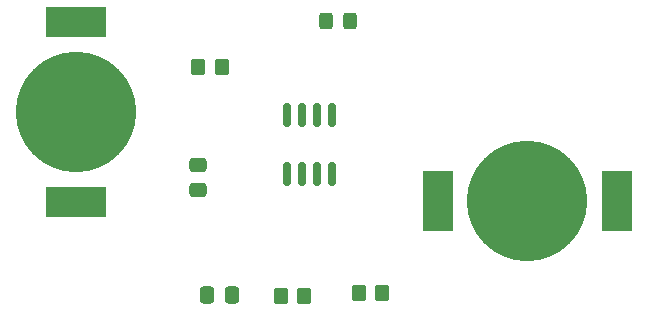
<source format=gbr>
%TF.GenerationSoftware,KiCad,Pcbnew,(6.0.1)*%
%TF.CreationDate,2022-02-07T09:53:41-08:00*%
%TF.ProjectId,kicad intro project,6b696361-6420-4696-9e74-726f2070726f,rev?*%
%TF.SameCoordinates,Original*%
%TF.FileFunction,Soldermask,Top*%
%TF.FilePolarity,Negative*%
%FSLAX46Y46*%
G04 Gerber Fmt 4.6, Leading zero omitted, Abs format (unit mm)*
G04 Created by KiCad (PCBNEW (6.0.1)) date 2022-02-07 09:53:41*
%MOMM*%
%LPD*%
G01*
G04 APERTURE LIST*
G04 Aperture macros list*
%AMRoundRect*
0 Rectangle with rounded corners*
0 $1 Rounding radius*
0 $2 $3 $4 $5 $6 $7 $8 $9 X,Y pos of 4 corners*
0 Add a 4 corners polygon primitive as box body*
4,1,4,$2,$3,$4,$5,$6,$7,$8,$9,$2,$3,0*
0 Add four circle primitives for the rounded corners*
1,1,$1+$1,$2,$3*
1,1,$1+$1,$4,$5*
1,1,$1+$1,$6,$7*
1,1,$1+$1,$8,$9*
0 Add four rect primitives between the rounded corners*
20,1,$1+$1,$2,$3,$4,$5,0*
20,1,$1+$1,$4,$5,$6,$7,0*
20,1,$1+$1,$6,$7,$8,$9,0*
20,1,$1+$1,$8,$9,$2,$3,0*%
G04 Aperture macros list end*
%ADD10RoundRect,0.250000X0.350000X0.450000X-0.350000X0.450000X-0.350000X-0.450000X0.350000X-0.450000X0*%
%ADD11RoundRect,0.250000X-0.325000X-0.450000X0.325000X-0.450000X0.325000X0.450000X-0.325000X0.450000X0*%
%ADD12RoundRect,0.150000X-0.150000X0.825000X-0.150000X-0.825000X0.150000X-0.825000X0.150000X0.825000X0*%
%ADD13R,2.500000X5.100000*%
%ADD14C,10.200000*%
%ADD15RoundRect,0.250000X-0.350000X-0.450000X0.350000X-0.450000X0.350000X0.450000X-0.350000X0.450000X0*%
%ADD16RoundRect,0.250000X-0.475000X0.337500X-0.475000X-0.337500X0.475000X-0.337500X0.475000X0.337500X0*%
%ADD17RoundRect,0.250000X-0.337500X-0.475000X0.337500X-0.475000X0.337500X0.475000X-0.337500X0.475000X0*%
%ADD18R,5.100000X2.500000*%
G04 APERTURE END LIST*
D10*
%TO.C,R3*%
X137675000Y-93450000D03*
X135675000Y-93450000D03*
%TD*%
D11*
%TO.C,D1*%
X146475000Y-89550000D03*
X148525000Y-89550000D03*
%TD*%
D12*
%TO.C,U1*%
X146955000Y-97550000D03*
X145685000Y-97550000D03*
X144415000Y-97550000D03*
X143145000Y-97550000D03*
X143145000Y-102500000D03*
X144415000Y-102500000D03*
X145685000Y-102500000D03*
X146955000Y-102500000D03*
%TD*%
D13*
%TO.C,BT1*%
X171125000Y-104800000D03*
X155925000Y-104800000D03*
D14*
X163525000Y-104800000D03*
%TD*%
D15*
%TO.C,R1*%
X142650000Y-112875000D03*
X144650000Y-112875000D03*
%TD*%
D16*
%TO.C,C1*%
X135657500Y-101762500D03*
X135657500Y-103837500D03*
%TD*%
D15*
%TO.C,R2*%
X149225000Y-112625000D03*
X151225000Y-112625000D03*
%TD*%
D17*
%TO.C,C2*%
X136420000Y-112800000D03*
X138495000Y-112800000D03*
%TD*%
D18*
%TO.C,BT2*%
X125275000Y-104850000D03*
X125275000Y-89650000D03*
D14*
X125275000Y-97250000D03*
%TD*%
M02*

</source>
